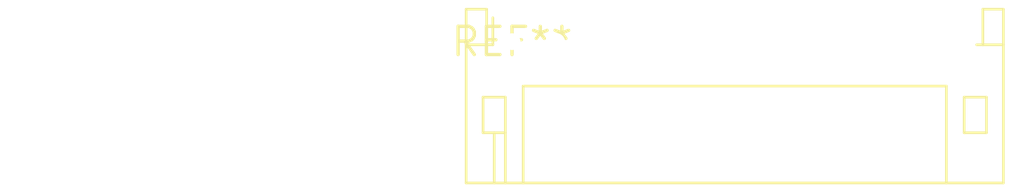
<source format=kicad_pcb>
(kicad_pcb (version 20240108) (generator pcbnew)
  (layers (0 "F.Cu" signal) (31 "B.Cu" signal) (34 "B.Paste" user) (35 "F.Paste" user) (36 "B.SilkS" user "B.Silkscreen") (37 "F.SilkS" user "F.Silkscreen") (38 "B.Mask" user) (39 "F.Mask" user) (44 "Edge.Cuts" user))
  (net 0 "")
  (footprint "JST_PH_S11B-PH-K_1x11_P2.00mm_Horizontal" (layer "F.Cu") (at 0 0)
    (property "Reference" "REF**")
    (property "Value" "JST_PH_S11B-PH-K_1x11_P2.00mm_Horizontal")
    (fp_line (start -2.06 -1.46) (end -2.06 6.36) (layer "F.SilkS") (stroke (width 0.12)))
    (fp_line (start -2.06 0.14) (end -1.14 0.14) (layer "F.SilkS") (stroke (width 0.12)))
    (fp_line (start -2.06 6.36) (end 22.06 6.36) (layer "F.SilkS") (stroke (width 0.12)))
    (fp_line (start -1.3 2.5) (end -1.3 4.1) (layer "F.SilkS") (stroke (width 0.12)))
    (fp_line (start -1.3 4.1) (end -0.3 4.1) (layer "F.SilkS") (stroke (width 0.12)))
    (fp_line (start -1.14 -1.46) (end -2.06 -1.46) (layer "F.SilkS") (stroke (width 0.12)))
    (fp_line (start -1.14 0.14) (end -1.14 -1.46) (layer "F.SilkS") (stroke (width 0.12)))
    (fp_line (start -0.86 0.14) (end -1.14 0.14) (layer "F.SilkS") (stroke (width 0.12)))
    (fp_line (start -0.86 0.14) (end -0.86 -1.075) (layer "F.SilkS") (stroke (width 0.12)))
    (fp_line (start -0.8 4.1) (end -0.8 6.36) (layer "F.SilkS") (stroke (width 0.12)))
    (fp_line (start -0.3 2.5) (end -1.3 2.5) (layer "F.SilkS") (stroke (width 0.12)))
    (fp_line (start -0.3 4.1) (end -0.3 2.5) (layer "F.SilkS") (stroke (width 0.12)))
    (fp_line (start -0.3 4.1) (end -0.3 6.36) (layer "F.SilkS") (stroke (width 0.12)))
    (fp_line (start 0.5 2) (end 19.5 2) (layer "F.SilkS") (stroke (width 0.12)))
    (fp_line (start 0.5 6.36) (end 0.5 2) (layer "F.SilkS") (stroke (width 0.12)))
    (fp_line (start 19.5 2) (end 19.5 6.36) (layer "F.SilkS") (stroke (width 0.12)))
    (fp_line (start 20.3 2.5) (end 21.3 2.5) (layer "F.SilkS") (stroke (width 0.12)))
    (fp_line (start 20.3 4.1) (end 20.3 2.5) (layer "F.SilkS") (stroke (width 0.12)))
    (fp_line (start 21.14 -1.46) (end 21.14 0.14) (layer "F.SilkS") (stroke (width 0.12)))
    (fp_line (start 21.14 0.14) (end 20.86 0.14) (layer "F.SilkS") (stroke (width 0.12)))
    (fp_line (start 21.3 2.5) (end 21.3 4.1) (layer "F.SilkS") (stroke (width 0.12)))
    (fp_line (start 21.3 4.1) (end 20.3 4.1) (layer "F.SilkS") (stroke (width 0.12)))
    (fp_line (start 22.06 -1.46) (end 21.14 -1.46) (layer "F.SilkS") (stroke (width 0.12)))
    (fp_line (start 22.06 0.14) (end 21.14 0.14) (layer "F.SilkS") (stroke (width 0.12)))
    (fp_line (start 22.06 6.36) (end 22.06 -1.46) (layer "F.SilkS") (stroke (width 0.12)))
    (pad "1" thru_hole roundrect (at 0 0) (size 1.2 1.75) (drill 0.75) (layers *.Cu *.Mask) (remove_unused_layers) (roundrect_rratio 0.208333))
    (pad "2" thru_hole oval (at 2 0) (size 1.2 1.75) (drill 0.75) (layers *.Cu *.Mask) (remove_unused_layers))
    (pad "3" thru_hole oval (at 4 0) (size 1.2 1.75) (drill 0.75) (layers *.Cu *.Mask) (remove_unused_layers))
    (pad "4" thru_hole oval (at 6 0) (size 1.2 1.75) (drill 0.75) (layers *.Cu *.Mask) (remove_unused_layers))
    (pad "5" thru_hole oval (at 8 0) (size 1.2 1.75) (drill 0.75) (layers *.Cu *.Mask) (remove_unused_layers))
    (pad "6" thru_hole oval (at 10 0) (size 1.2 1.75) (drill 0.75) (layers *.Cu *.Mask) (remove_unused_layers))
    (pad "7" thru_hole oval (at 12 0) (size 1.2 1.75) (drill 0.75) (layers *.Cu *.Mask) (remove_unused_layers))
    (pad "8" thru_hole oval (at 14 0) (size 1.2 1.75) (drill 0.75) (layers *.Cu *.Mask) (remove_unused_layers))
    (pad "9" thru_hole oval (at 16 0) (size 1.2 1.75) (drill 0.75) (layers *.Cu *.Mask) (remove_unused_layers))
    (pad "10" thru_hole oval (at 18 0) (size 1.2 1.75) (drill 0.75) (layers *.Cu *.Mask) (remove_unused_layers))
    (pad "11" thru_hole oval (at 20 0) (size 1.2 1.75) (drill 0.75) (layers *.Cu *.Mask) (remove_unused_layers))
  )
)
</source>
